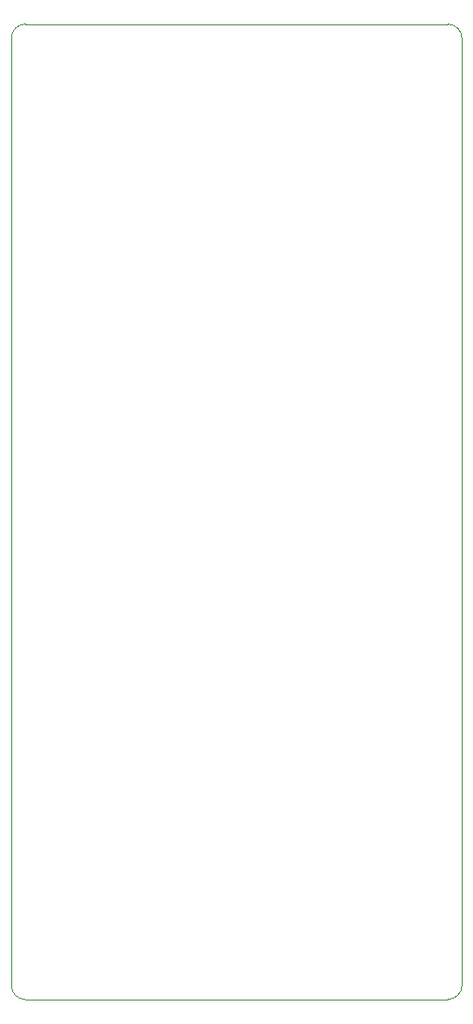
<source format=gbr>
%TF.GenerationSoftware,Altium Limited,Altium Designer,23.10.1 (27)*%
G04 Layer_Color=0*
%FSLAX45Y45*%
%MOMM*%
%TF.SameCoordinates,69DA4DD4-9858-4DDA-A9D3-A0AF371EC053*%
%TF.FilePolarity,Positive*%
%TF.FileFunction,Profile,NP*%
%TF.Part,Single*%
G01*
G75*
%TA.AperFunction,Profile*%
%ADD65C,0.02540*%
D65*
Y127000D02*
Y8671560D01*
D02*
G02*
X127000Y8798560I127000J0D01*
G01*
X3937000D01*
D02*
G02*
X4064000Y8671560I0J-127000D01*
G01*
Y127000D01*
D02*
G02*
X3937000Y0I-127000J0D01*
G01*
X127000D01*
D02*
G02*
X0Y127000I0J127000D01*
G01*
%TF.MD5,c0092d80314950cfb30e989dbd9e2620*%
M02*

</source>
